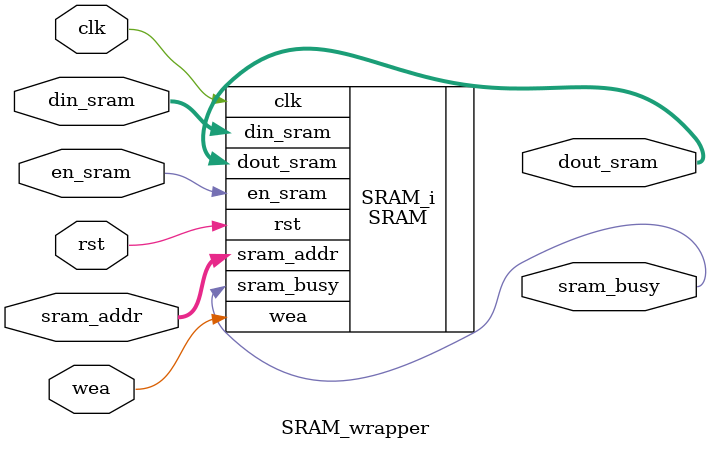
<source format=v>
`timescale 1 ps / 1 ps

module SRAM_wrapper
   (clk,
    din_sram,
    dout_sram,
    en_sram,
    rst,
    sram_addr,
    sram_busy,
    wea);
  input clk;
  input [31:0]din_sram;
  output [31:0]dout_sram;
  input en_sram;
  input rst;
  input [5:0]sram_addr;
  output sram_busy;
  input wea;

  wire clk;
  wire [31:0]din_sram;
  wire [31:0]dout_sram;
  wire en_sram;
  wire rst;
  wire [5:0]sram_addr;
  wire sram_busy;
  wire wea;

  SRAM SRAM_i
       (.clk(clk),
        .din_sram(din_sram),
        .dout_sram(dout_sram),
        .en_sram(en_sram),
        .rst(rst),
        .sram_addr(sram_addr),
        .sram_busy(sram_busy),
        .wea(wea));
endmodule

</source>
